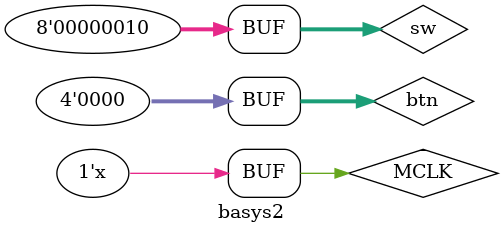
<source format=v>
`timescale 1 ns / 10 ps
`define PERIOD 10
`define HALF_PERIOD 5

`include "mux_sel.vh"

`define ASSERT_EQUALS(x,y) \
        repeat(1)\
        begin\
            if( (x) != (y) ) \
            begin\
                $write( "assert failed %d != %d\n", (x), (y) );\
                $finish(1);\
            end\
        end

`define BTN_ALL_OFF 4'd0

module basys2;

    reg MCLK = 0;
    reg [7:0] sw = 8'd0;
    reg [3:0] btn = `BTN_ALL_OFF;

    wire [7:0] Led;
    wire [6:0] seg;
    wire [3:0] an;
    wire dp;

    wire clk256;

    reg t_reset;

    reg PS2C;
    reg PS2D;

    alarm_clock run_alarm_clock
        ( .MCLK(MCLK),
          .sw(sw),
          .btn(btn),
          .PS2C(PS2C),
          .PS2D(PS2D),
          .Led(Led),
          .seg(seg),
          .an(an),
          .dp(dp) );
   
    /* This is the clock */
    always
    begin
        #`HALF_PERIOD MCLK = ~MCLK;
    end

    initial
    begin
        $display("Hello, world");
        $dumpfile("basys2.vcd");
        $dumpvars(0,basys2);

        $monitor( "%d Led=%x seg=%d",$time, Led, seg );

        sw = 8'd2; // turn on fast mode
//        sw = 8'd0;
        btn = 4'd0;
        # `PERIOD;

//        # 100000;
//        $finish;
    end

endmodule


</source>
